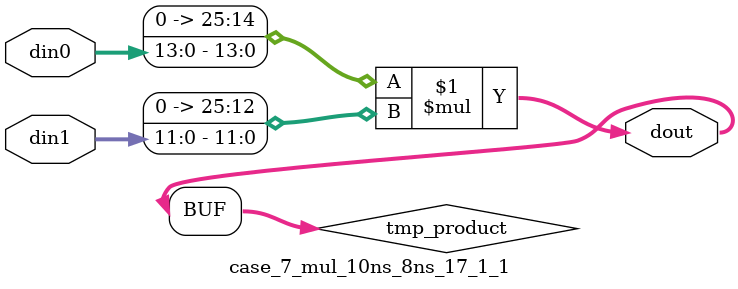
<source format=v>

`timescale 1 ns / 1 ps

 (* use_dsp = "no" *)  module case_7_mul_10ns_8ns_17_1_1(din0, din1, dout);
parameter ID = 1;
parameter NUM_STAGE = 0;
parameter din0_WIDTH = 14;
parameter din1_WIDTH = 12;
parameter dout_WIDTH = 26;

input [din0_WIDTH - 1 : 0] din0; 
input [din1_WIDTH - 1 : 0] din1; 
output [dout_WIDTH - 1 : 0] dout;

wire signed [dout_WIDTH - 1 : 0] tmp_product;
























assign tmp_product = $signed({1'b0, din0}) * $signed({1'b0, din1});











assign dout = tmp_product;





















endmodule

</source>
